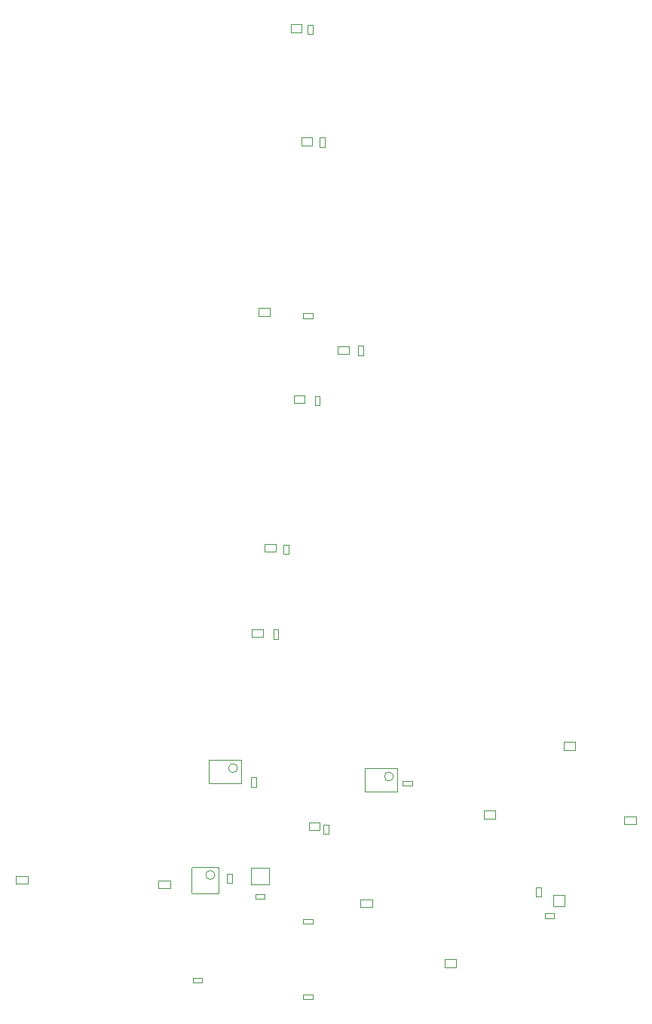
<source format=gbr>
%TF.GenerationSoftware,Altium Limited,Altium Designer,21.4.1 (30)*%
G04 Layer_Color=16711935*
%FSLAX26Y26*%
%MOIN*%
%TF.SameCoordinates,C79CEFAC-E130-474B-83DD-F1A68A00FB65*%
%TF.FilePolarity,Positive*%
%TF.FileFunction,Other,Mechanical_13*%
%TF.Part,Single*%
G01*
G75*
%TA.AperFunction,NonConductor*%
%ADD47C,0.003937*%
D47*
X377118Y1777748D02*
G03*
X377118Y1777748I-19685J0D01*
G01*
X-311882Y1814748D02*
G03*
X-311882Y1814748I-19685J0D01*
G01*
X-412496Y1342780D02*
G03*
X-412496Y1342780I-19685J0D01*
G01*
X-467331Y867173D02*
Y888827D01*
X-508669Y867173D02*
Y888827D01*
Y867173D02*
X-467331D01*
X-508669Y888827D02*
X-467331D01*
X1085906Y1203646D02*
Y1252858D01*
X1135118Y1203646D02*
Y1252858D01*
X1085906D02*
X1135118D01*
X1085906Y1203646D02*
X1135118D01*
X-27504Y5066063D02*
Y5099528D01*
X-76717Y5066063D02*
Y5099528D01*
X-27504D01*
X-76717Y5066063D02*
X-27504D01*
X52606Y1540268D02*
Y1573732D01*
X3394Y1540268D02*
Y1573732D01*
X52606D01*
X3394Y1540268D02*
X52606D01*
X-198394Y2394268D02*
Y2427732D01*
X-247606Y2394268D02*
Y2427732D01*
X-198394D01*
X-247606Y2394268D02*
X-198394D01*
X-143394Y2771268D02*
Y2804732D01*
X-192606Y2771268D02*
Y2804732D01*
X-143394D01*
X-192606Y2771268D02*
X-143394D01*
X-14394Y3426268D02*
Y3459732D01*
X-63606Y3426268D02*
Y3459732D01*
X-14394D01*
X-63606Y3426268D02*
X-14394D01*
X181606Y3645268D02*
Y3678732D01*
X132394Y3645268D02*
Y3678732D01*
X181606D01*
X132394Y3645268D02*
X181606D01*
X18716Y4566063D02*
Y4599528D01*
X-30496Y4566063D02*
Y4599528D01*
X18716D01*
X-30496Y4566063D02*
X18716D01*
X-253339Y1302419D02*
X-170661D01*
X-253339Y1373285D02*
X-170661D01*
X-253339Y1302419D02*
Y1373285D01*
X-170661Y1302419D02*
Y1373285D01*
X1398409Y1566284D02*
X1449591D01*
X1398409Y1601717D02*
X1449591D01*
X1398409Y1566284D02*
Y1601717D01*
X1449591Y1566284D02*
Y1601717D01*
X1130299Y1894126D02*
X1181480D01*
X1130299Y1929559D02*
X1181480D01*
X1130299Y1894126D02*
Y1929559D01*
X1181480Y1894126D02*
Y1929559D01*
X777409Y1592441D02*
X828591D01*
X777409Y1627874D02*
X828591D01*
X777409Y1592441D02*
Y1627874D01*
X828591Y1592441D02*
Y1627874D01*
X603409Y935441D02*
X654591D01*
X603409Y970874D02*
X654591D01*
X603409Y935441D02*
Y970874D01*
X654591Y935441D02*
Y970874D01*
X232410Y1200284D02*
X283591D01*
X232410Y1235717D02*
X283591D01*
X232410Y1200284D02*
Y1235717D01*
X283591Y1200284D02*
Y1235717D01*
X-661591Y1283441D02*
X-610409D01*
X-661591Y1318874D02*
X-610409D01*
X-661591Y1283441D02*
Y1318874D01*
X-610409Y1283441D02*
Y1318874D01*
X-1291591Y1303441D02*
X-1240409D01*
X-1291591Y1338874D02*
X-1240409D01*
X-1291591Y1303441D02*
Y1338874D01*
X-1240409Y1303441D02*
Y1338874D01*
X-219701Y3811126D02*
X-168520D01*
X-219701Y3846559D02*
X-168520D01*
X-219701Y3811126D02*
Y3846559D01*
X-168520Y3811126D02*
Y3846559D01*
X251134Y1813181D02*
X392866D01*
X251134Y1710819D02*
X392866D01*
Y1813181D01*
X251134Y1710819D02*
Y1813181D01*
X-437866Y1747819D02*
Y1850181D01*
X-296134Y1747819D02*
Y1850181D01*
X-437866Y1747819D02*
X-296134D01*
X-437866Y1850181D02*
X-296134D01*
X221173Y3638331D02*
Y3679669D01*
X242827Y3638331D02*
Y3679669D01*
X221173Y3638331D02*
X242827D01*
X221173Y3679669D02*
X242827D01*
X1009173Y1247008D02*
Y1288347D01*
X1030827Y1247008D02*
Y1288347D01*
X1009173Y1247008D02*
X1030827D01*
X1009173Y1288347D02*
X1030827D01*
X-20669Y1147827D02*
X20669D01*
X-20669Y1126173D02*
X20669D01*
X-20669D02*
Y1147827D01*
X20669Y1126173D02*
Y1147827D01*
X-250827Y1732653D02*
X-229173D01*
X-250827Y1773992D02*
X-229173D01*
X-250827Y1732653D02*
Y1773992D01*
X-229173Y1732653D02*
Y1773992D01*
X69173Y1524331D02*
Y1565669D01*
X90827Y1524331D02*
Y1565669D01*
X69173Y1524331D02*
X90827D01*
X69173Y1565669D02*
X90827D01*
X-232669Y1258827D02*
X-191331D01*
X-232669Y1237173D02*
X-191331D01*
X-232669D02*
Y1258827D01*
X-191331Y1237173D02*
Y1258827D01*
X-358827Y1307653D02*
X-337173D01*
X-358827Y1348992D02*
X-337173D01*
X-358827Y1307653D02*
Y1348992D01*
X-337173Y1307653D02*
Y1348992D01*
X-400685Y1378213D02*
X-396748Y1374276D01*
Y1264039D02*
Y1374276D01*
X-400685Y1260102D02*
X-396748Y1264039D01*
X-510921Y1260102D02*
X-400685D01*
X-514858Y1264039D02*
X-510921Y1260102D01*
X-514858Y1264039D02*
Y1374276D01*
X-510921Y1378213D01*
X-400685D01*
X1087669Y1152173D02*
Y1173827D01*
X1046331Y1152173D02*
Y1173827D01*
Y1152173D02*
X1087669D01*
X1046331Y1173827D02*
X1087669D01*
X460669Y1737173D02*
Y1758827D01*
X419331Y1737173D02*
Y1758827D01*
Y1737173D02*
X460669D01*
X419331Y1758827D02*
X460669D01*
X-152827Y2426669D02*
X-131173D01*
X-152827Y2385331D02*
X-131173D01*
Y2426669D01*
X-152827Y2385331D02*
Y2426669D01*
X-108827Y2761331D02*
Y2802669D01*
X-87173Y2761331D02*
Y2802669D01*
X-108827Y2761331D02*
X-87173D01*
X-108827Y2802669D02*
X-87173D01*
X30173Y3416614D02*
Y3457953D01*
X51827Y3416614D02*
Y3457953D01*
X30173Y3416614D02*
X51827D01*
X30173Y3457953D02*
X51827D01*
X-20669Y3801173D02*
X20669D01*
X-20669Y3822827D02*
X20669D01*
Y3801173D02*
Y3822827D01*
X-20669Y3801173D02*
Y3822827D01*
X52173Y4559331D02*
Y4600669D01*
X73827Y4559331D02*
Y4600669D01*
X52173Y4559331D02*
X73827D01*
X52173Y4600669D02*
X73827D01*
X-1827Y5056331D02*
Y5097669D01*
X19827Y5056331D02*
Y5097669D01*
X-1827Y5056331D02*
X19827D01*
X-1827Y5097669D02*
X19827D01*
X-20669Y815827D02*
X20669D01*
X-20669Y794173D02*
X20669D01*
X-20669D02*
Y815827D01*
X20669Y794173D02*
Y815827D01*
%TF.MD5,e700c08f44c168305eb5b5abec05da84*%
M02*

</source>
